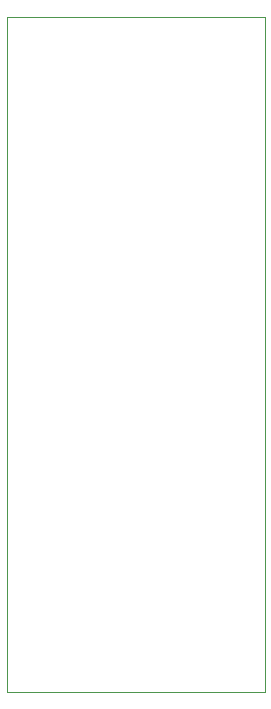
<source format=gbr>
%TF.GenerationSoftware,KiCad,Pcbnew,8.0.7*%
%TF.CreationDate,2025-02-20T01:51:32-06:00*%
%TF.ProjectId,PLCC-44-Socket-Adapter,504c4343-2d34-4342-9d53-6f636b65742d,v1.0*%
%TF.SameCoordinates,Original*%
%TF.FileFunction,Profile,NP*%
%FSLAX46Y46*%
G04 Gerber Fmt 4.6, Leading zero omitted, Abs format (unit mm)*
G04 Created by KiCad (PCBNEW 8.0.7) date 2025-02-20 01:51:32*
%MOMM*%
%LPD*%
G01*
G04 APERTURE LIST*
%TA.AperFunction,Profile*%
%ADD10C,0.050000*%
%TD*%
G04 APERTURE END LIST*
D10*
X97028000Y-64135000D02*
X118872000Y-64135000D01*
X118872000Y-121285000D01*
X97028000Y-121285000D01*
X97028000Y-64135000D01*
M02*

</source>
